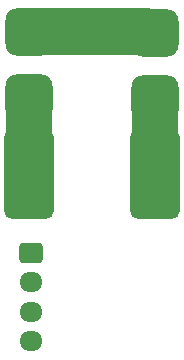
<source format=gbs>
G04 #@! TF.GenerationSoftware,KiCad,Pcbnew,7.0.8*
G04 #@! TF.CreationDate,2024-04-19T19:22:22-04:00*
G04 #@! TF.ProjectId,PMB,504d422e-6b69-4636-9164-5f7063625858,rev?*
G04 #@! TF.SameCoordinates,Original*
G04 #@! TF.FileFunction,Soldermask,Bot*
G04 #@! TF.FilePolarity,Negative*
%FSLAX46Y46*%
G04 Gerber Fmt 4.6, Leading zero omitted, Abs format (unit mm)*
G04 Created by KiCad (PCBNEW 7.0.8) date 2024-04-19 19:22:22*
%MOMM*%
%LPD*%
G01*
G04 APERTURE LIST*
G04 Aperture macros list*
%AMRoundRect*
0 Rectangle with rounded corners*
0 $1 Rounding radius*
0 $2 $3 $4 $5 $6 $7 $8 $9 X,Y pos of 4 corners*
0 Add a 4 corners polygon primitive as box body*
4,1,4,$2,$3,$4,$5,$6,$7,$8,$9,$2,$3,0*
0 Add four circle primitives for the rounded corners*
1,1,$1+$1,$2,$3*
1,1,$1+$1,$4,$5*
1,1,$1+$1,$6,$7*
1,1,$1+$1,$8,$9*
0 Add four rect primitives between the rounded corners*
20,1,$1+$1,$2,$3,$4,$5,0*
20,1,$1+$1,$4,$5,$6,$7,0*
20,1,$1+$1,$6,$7,$8,$9,0*
20,1,$1+$1,$8,$9,$2,$3,0*%
G04 Aperture macros list end*
%ADD10C,0.200000*%
%ADD11RoundRect,1.000000X-1.000000X-1.000000X1.000000X-1.000000X1.000000X1.000000X-1.000000X1.000000X0*%
%ADD12RoundRect,0.636363X-1.463637X-3.163637X1.463637X-3.163637X1.463637X3.163637X-1.463637X3.163637X0*%
%ADD13RoundRect,1.000000X1.000000X1.000000X-1.000000X1.000000X-1.000000X-1.000000X1.000000X-1.000000X0*%
%ADD14RoundRect,0.250000X-0.725000X0.600000X-0.725000X-0.600000X0.725000X-0.600000X0.725000X0.600000X0*%
%ADD15O,1.950000X1.700000*%
G04 APERTURE END LIST*
D10*
X152319955Y-80146503D02*
X161846353Y-80146503D01*
X161846353Y-83940935D01*
X152319955Y-83940935D01*
X152319955Y-80146503D01*
G36*
X152319955Y-80146503D02*
G01*
X161846353Y-80146503D01*
X161846353Y-83940935D01*
X152319955Y-83940935D01*
X152319955Y-80146503D01*
G37*
X149735591Y-88265000D02*
X153532327Y-88265000D01*
X153532327Y-91567000D01*
X149735591Y-91567000D01*
X149735591Y-88265000D01*
G36*
X149735591Y-88265000D02*
G01*
X153532327Y-88265000D01*
X153532327Y-91567000D01*
X149735591Y-91567000D01*
X149735591Y-88265000D01*
G37*
X160398407Y-88011000D02*
X164204376Y-88011000D01*
X164204376Y-91313000D01*
X160398407Y-91313000D01*
X160398407Y-88011000D01*
G36*
X160398407Y-88011000D02*
G01*
X164204376Y-88011000D01*
X164204376Y-91313000D01*
X160398407Y-91313000D01*
X160398407Y-88011000D01*
G37*
D11*
X162307125Y-82104190D03*
X162307125Y-87692190D03*
D12*
X162316862Y-94099085D03*
X151648862Y-94099085D03*
D13*
X151638000Y-87630000D03*
X151638000Y-82042000D03*
D14*
X151759554Y-100745813D03*
D15*
X151759554Y-103245813D03*
X151759554Y-105745813D03*
X151759554Y-108245813D03*
M02*

</source>
